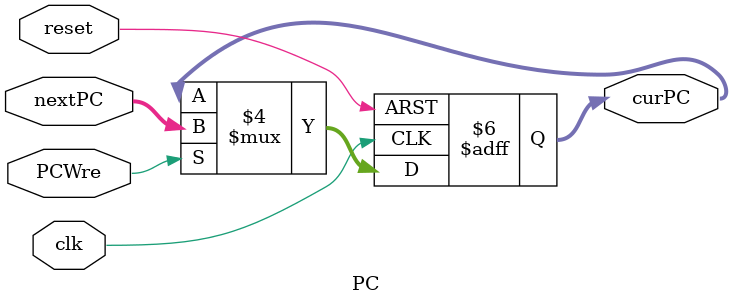
<source format=sv>
`timescale 1ns / 1ps


module PC(
    input  logic        clk,
    input  logic [31:0] nextPC,
    input  logic        PCWre,
    input  logic        reset,
    output logic [31:0] curPC
    );

    always_ff @ (posedge clk, negedge reset)
    begin
        if(reset == 1'b0)
            curPC <= 0;
        else if(PCWre)
            curPC <= nextPC;
        else
            curPC <= curPC;
    end
    
endmodule

</source>
